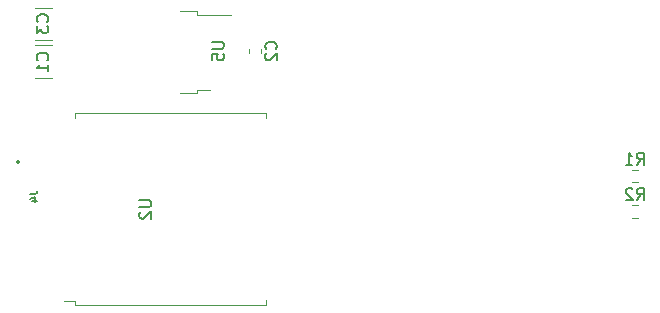
<source format=gbr>
%TF.GenerationSoftware,KiCad,Pcbnew,6.0.2+dfsg-1*%
%TF.CreationDate,2022-08-30T22:44:58-05:00*%
%TF.ProjectId,Rocket Tracker,526f636b-6574-4205-9472-61636b65722e,rev?*%
%TF.SameCoordinates,Original*%
%TF.FileFunction,Legend,Bot*%
%TF.FilePolarity,Positive*%
%FSLAX46Y46*%
G04 Gerber Fmt 4.6, Leading zero omitted, Abs format (unit mm)*
G04 Created by KiCad (PCBNEW 6.0.2+dfsg-1) date 2022-08-30 22:44:58*
%MOMM*%
%LPD*%
G01*
G04 APERTURE LIST*
%ADD10C,0.150000*%
%ADD11C,0.120000*%
%ADD12C,0.200000*%
G04 APERTURE END LIST*
D10*
%TO.C,R1*%
X127466666Y-100222380D02*
X127800000Y-99746190D01*
X128038095Y-100222380D02*
X128038095Y-99222380D01*
X127657142Y-99222380D01*
X127561904Y-99270000D01*
X127514285Y-99317619D01*
X127466666Y-99412857D01*
X127466666Y-99555714D01*
X127514285Y-99650952D01*
X127561904Y-99698571D01*
X127657142Y-99746190D01*
X128038095Y-99746190D01*
X126514285Y-100222380D02*
X127085714Y-100222380D01*
X126800000Y-100222380D02*
X126800000Y-99222380D01*
X126895238Y-99365238D01*
X126990476Y-99460476D01*
X127085714Y-99508095D01*
%TO.C,C2*%
X96887142Y-90433333D02*
X96934761Y-90385714D01*
X96982380Y-90242857D01*
X96982380Y-90147619D01*
X96934761Y-90004761D01*
X96839523Y-89909523D01*
X96744285Y-89861904D01*
X96553809Y-89814285D01*
X96410952Y-89814285D01*
X96220476Y-89861904D01*
X96125238Y-89909523D01*
X96030000Y-90004761D01*
X95982380Y-90147619D01*
X95982380Y-90242857D01*
X96030000Y-90385714D01*
X96077619Y-90433333D01*
X96077619Y-90814285D02*
X96030000Y-90861904D01*
X95982380Y-90957142D01*
X95982380Y-91195238D01*
X96030000Y-91290476D01*
X96077619Y-91338095D01*
X96172857Y-91385714D01*
X96268095Y-91385714D01*
X96410952Y-91338095D01*
X96982380Y-90766666D01*
X96982380Y-91385714D01*
%TO.C,U5*%
X91502380Y-89838095D02*
X92311904Y-89838095D01*
X92407142Y-89885714D01*
X92454761Y-89933333D01*
X92502380Y-90028571D01*
X92502380Y-90219047D01*
X92454761Y-90314285D01*
X92407142Y-90361904D01*
X92311904Y-90409523D01*
X91502380Y-90409523D01*
X91502380Y-91361904D02*
X91502380Y-90885714D01*
X91978571Y-90838095D01*
X91930952Y-90885714D01*
X91883333Y-90980952D01*
X91883333Y-91219047D01*
X91930952Y-91314285D01*
X91978571Y-91361904D01*
X92073809Y-91409523D01*
X92311904Y-91409523D01*
X92407142Y-91361904D01*
X92454761Y-91314285D01*
X92502380Y-91219047D01*
X92502380Y-90980952D01*
X92454761Y-90885714D01*
X92407142Y-90838095D01*
%TO.C,R2*%
X127466666Y-103222380D02*
X127800000Y-102746190D01*
X128038095Y-103222380D02*
X128038095Y-102222380D01*
X127657142Y-102222380D01*
X127561904Y-102270000D01*
X127514285Y-102317619D01*
X127466666Y-102412857D01*
X127466666Y-102555714D01*
X127514285Y-102650952D01*
X127561904Y-102698571D01*
X127657142Y-102746190D01*
X128038095Y-102746190D01*
X127085714Y-102317619D02*
X127038095Y-102270000D01*
X126942857Y-102222380D01*
X126704761Y-102222380D01*
X126609523Y-102270000D01*
X126561904Y-102317619D01*
X126514285Y-102412857D01*
X126514285Y-102508095D01*
X126561904Y-102650952D01*
X127133333Y-103222380D01*
X126514285Y-103222380D01*
%TO.C,J4*%
X76080923Y-102689666D02*
X76538066Y-102689666D01*
X76629495Y-102659190D01*
X76690447Y-102598238D01*
X76720923Y-102506809D01*
X76720923Y-102445857D01*
X76294257Y-103268714D02*
X76720923Y-103268714D01*
X76050447Y-103116333D02*
X76507590Y-102963952D01*
X76507590Y-103360142D01*
%TO.C,U2*%
X85352380Y-103238095D02*
X86161904Y-103238095D01*
X86257142Y-103285714D01*
X86304761Y-103333333D01*
X86352380Y-103428571D01*
X86352380Y-103619047D01*
X86304761Y-103714285D01*
X86257142Y-103761904D01*
X86161904Y-103809523D01*
X85352380Y-103809523D01*
X85447619Y-104238095D02*
X85400000Y-104285714D01*
X85352380Y-104380952D01*
X85352380Y-104619047D01*
X85400000Y-104714285D01*
X85447619Y-104761904D01*
X85542857Y-104809523D01*
X85638095Y-104809523D01*
X85780952Y-104761904D01*
X86352380Y-104190476D01*
X86352380Y-104809523D01*
%TO.C,C1*%
X77557142Y-91383333D02*
X77604761Y-91335714D01*
X77652380Y-91192857D01*
X77652380Y-91097619D01*
X77604761Y-90954761D01*
X77509523Y-90859523D01*
X77414285Y-90811904D01*
X77223809Y-90764285D01*
X77080952Y-90764285D01*
X76890476Y-90811904D01*
X76795238Y-90859523D01*
X76700000Y-90954761D01*
X76652380Y-91097619D01*
X76652380Y-91192857D01*
X76700000Y-91335714D01*
X76747619Y-91383333D01*
X77652380Y-92335714D02*
X77652380Y-91764285D01*
X77652380Y-92050000D02*
X76652380Y-92050000D01*
X76795238Y-91954761D01*
X76890476Y-91859523D01*
X76938095Y-91764285D01*
%TO.C,C3*%
X77557142Y-88133333D02*
X77604761Y-88085714D01*
X77652380Y-87942857D01*
X77652380Y-87847619D01*
X77604761Y-87704761D01*
X77509523Y-87609523D01*
X77414285Y-87561904D01*
X77223809Y-87514285D01*
X77080952Y-87514285D01*
X76890476Y-87561904D01*
X76795238Y-87609523D01*
X76700000Y-87704761D01*
X76652380Y-87847619D01*
X76652380Y-87942857D01*
X76700000Y-88085714D01*
X76747619Y-88133333D01*
X76652380Y-88466666D02*
X76652380Y-89085714D01*
X77033333Y-88752380D01*
X77033333Y-88895238D01*
X77080952Y-88990476D01*
X77128571Y-89038095D01*
X77223809Y-89085714D01*
X77461904Y-89085714D01*
X77557142Y-89038095D01*
X77604761Y-88990476D01*
X77652380Y-88895238D01*
X77652380Y-88609523D01*
X77604761Y-88514285D01*
X77557142Y-88466666D01*
D11*
%TO.C,R1*%
X127554724Y-101722500D02*
X127045276Y-101722500D01*
X127554724Y-100677500D02*
X127045276Y-100677500D01*
%TO.C,C2*%
X94590000Y-90746267D02*
X94590000Y-90453733D01*
X95610000Y-90746267D02*
X95610000Y-90453733D01*
%TO.C,U5*%
X90270000Y-87250000D02*
X90270000Y-87520000D01*
X90270000Y-87520000D02*
X93100000Y-87520000D01*
X90270000Y-93880000D02*
X91370000Y-93880000D01*
X90270000Y-94150000D02*
X90270000Y-93880000D01*
X88770000Y-94150000D02*
X90270000Y-94150000D01*
X88770000Y-87250000D02*
X90270000Y-87250000D01*
%TO.C,R2*%
X127554724Y-103677500D02*
X127045276Y-103677500D01*
X127554724Y-104722500D02*
X127045276Y-104722500D01*
D12*
%TO.C,J4*%
X75180000Y-100000000D02*
G75*
G03*
X75180000Y-100000000I-100000J0D01*
G01*
D11*
%TO.C,U2*%
X79900000Y-95900000D02*
X96100000Y-95900000D01*
X96100000Y-95900000D02*
X96100000Y-96300000D01*
X79900000Y-112100000D02*
X79900000Y-111750000D01*
X79900000Y-111750000D02*
X79000000Y-111750000D01*
X79900000Y-112100000D02*
X96100000Y-112100000D01*
X96100000Y-112100000D02*
X96100000Y-111700000D01*
X79900000Y-96300000D02*
X79900000Y-95900000D01*
%TO.C,C1*%
X77911252Y-90140000D02*
X76488748Y-90140000D01*
X77911252Y-92860000D02*
X76488748Y-92860000D01*
%TO.C,C3*%
X77911252Y-89660000D02*
X76488748Y-89660000D01*
X77911252Y-86940000D02*
X76488748Y-86940000D01*
%TD*%
M02*

</source>
